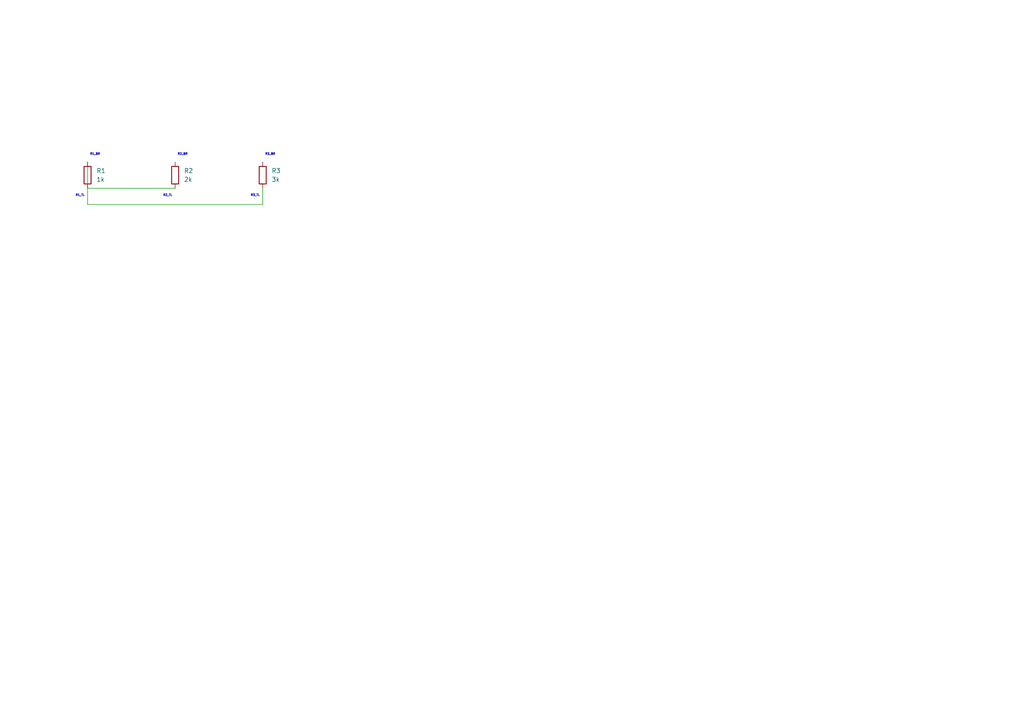
<source format=kicad_sch>
(kicad_sch (version 20250114) (generator "eeschema") (generator_version "9.0")
  (paper "A4")
  (title_block (title "Simple Auto Route"))
  (lib_symbols
    (symbol "Device:R" (pin_numbers (hide yes)) (pin_names (offset 0))
      (property "Reference" "R" (at 2.032 0 90))
      (property "Value" "R" (at 0 0 90))
      (symbol "R_0_1"
        (rectangle (start -1.016 -2.54) (end 1.016 2.54) (stroke (width 0.254)))
      )
      (symbol "R_1_1"
        (pin passive line (at 0 3.81 270) (length 1.27) (name "~") (number "1"))
        (pin passive line (at 0 -3.81 90) (length 1.27) (name "~") (number "2"))
      )
    )
  )
  (symbol (lib_id "Device:R") (at 25.4 50.8 0) (unit 1)
    (property "Reference" "R1" (at 27.94 49.5299 0) (effects (justify left)))
    (property "Value" "1k" (at 27.94 52.0699 0) (effects (justify left)))
  )
  (symbol (lib_id "Device:R") (at 50.8 50.8 0) (unit 1)
    (property "Reference" "R2" (at 53.34 49.5299 0) (effects (justify left)))
    (property "Value" "2k" (at 53.34 52.0699 0) (effects (justify left)))
  )
  (symbol (lib_id "Device:R") (at 76.2 50.8 0) (unit 1)
    (property "Reference" "R3" (at 78.74 49.5299 0) (effects (justify left)))
    (property "Value" "3k" (at 78.74 52.0699 0) (effects (justify left)))
  )
  (wire (pts (xy 25.4 46.99) (xy 25.4 59.309)))
  (wire (pts (xy 25.4 59.309) (xy 76.2 59.309)))
  (wire (pts (xy 76.2 59.309) (xy 76.2 54.61)))
  (wire (pts (xy 25.4 54.61) (xy 50.8 54.61)))
  (text R1_TL (at 23.241 56.769 0.0000) (effects (font (size 0.6 0.6))))
  (text R1_BR (at 27.559 44.831 0.0000) (effects (font (size 0.6 0.6))))
  (text R2_TL (at 48.641 56.769 0.0000) (effects (font (size 0.6 0.6))))
  (text R2_BR (at 52.959 44.831 0.0000) (effects (font (size 0.6 0.6))))
  (text R3_TL (at 74.041 56.769 0.0000) (effects (font (size 0.6 0.6))))
  (text R3_BR (at 78.359 44.831 0.0000) (effects (font (size 0.6 0.6))))
)
</source>
